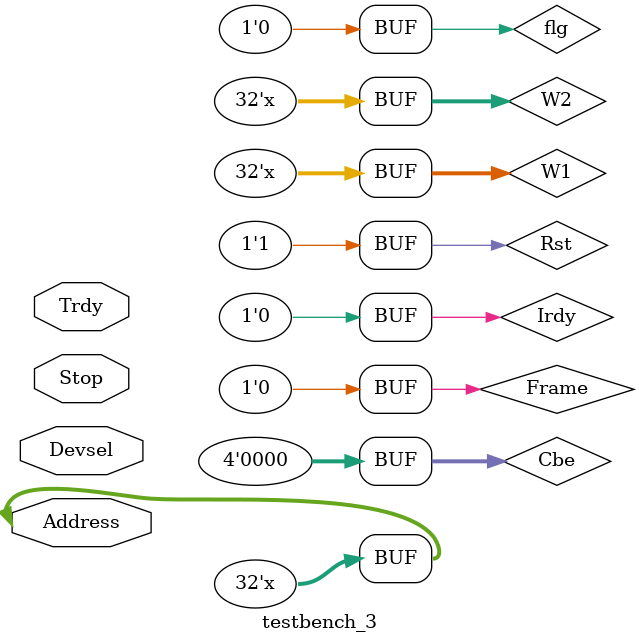
<source format=v>
module testbench_3(Trdy, Devsel, Stop, Address);
    reg[31:0] W2, Get, Mem[0:7];
    clk c1(Clk);
    inout [31:0]Address;
    input Stop, Devsel, Trdy;
    reg [3:0] Cbe;
    reg flg, Rst, Frame, Irdy;
    wire[31:0] W1;
    PCI p1(Clk, Rst, Frame, Irdy, Trdy, Address, Cbe, Devsel, Stop);
    assign Address = flg? W2 : 32'hzzzzzzzz;
    assign W1 = flg? Address : 32'hzzzzzzzz;
    //Beginig Testbench 
    initial begin
        Rst <= 1'b1;
        Mem[0] <= 32'h11111111;
        Mem[1] <= 32'h00001111;
        Mem[2] <= 32'h11110000;
        Mem[3] <= 32'h00000000;
        Mem[4] <= 32'h10101010;
        Mem[5] <= 32'h01010101;
        Mem[6] <= 32'h11111010;
        Mem[7] <= 32'h01001111;
        #20
            Rst <= 1'b0;
            Frame <= 1'b1;
        #20
	    flg <= 1'b1;
            Rst <= 1'b1;
            Frame <= 1'b0;
            W2 <= 32'h00001F41; //Not Our PCI Device
            Cbe <= 4'b0011; // Read Operation
	    #20
	        Irdy <= 1'b0;
	        W2 <= Mem[0];
	        Cbe <= 4'b1100;
	    #20
	        Frame <= 1'b1;
		flg <= 1'b0;
	    #20
		flg <= 1'b0;
	        Frame <= 1'b0;
	        W2 <= 32'h00001F41; //Not Our PCI Device
            Cbe <= 4'b0010; // Read Operation
        #20
            W2 <= 32'hzzzzzzzz; // Turning Around
            Cbe <= 4'b0000;
        
    end
endmodule

</source>
